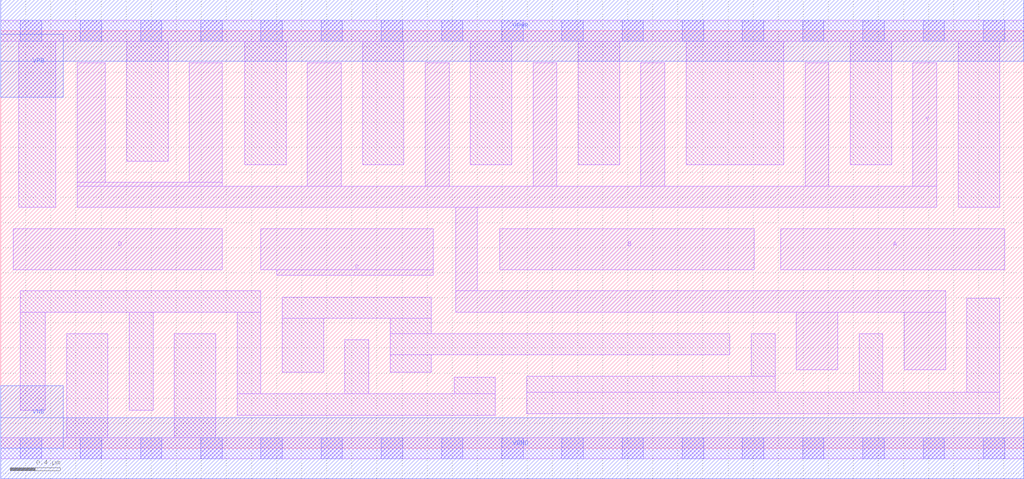
<source format=lef>
# Copyright 2020 The SkyWater PDK Authors
#
# Licensed under the Apache License, Version 2.0 (the "License");
# you may not use this file except in compliance with the License.
# You may obtain a copy of the License at
#
#     https://www.apache.org/licenses/LICENSE-2.0
#
# Unless required by applicable law or agreed to in writing, software
# distributed under the License is distributed on an "AS IS" BASIS,
# WITHOUT WARRANTIES OR CONDITIONS OF ANY KIND, either express or implied.
# See the License for the specific language governing permissions and
# limitations under the License.
#
# SPDX-License-Identifier: Apache-2.0

VERSION 5.5 ;
NAMESCASESENSITIVE ON ;
BUSBITCHARS "[]" ;
DIVIDERCHAR "/" ;
MACRO sky130_fd_sc_lp__nand4_4
  CLASS CORE ;
  SOURCE USER ;
  ORIGIN  0.000000  0.000000 ;
  SIZE  8.160000 BY  3.330000 ;
  SYMMETRY X Y R90 ;
  SITE unit ;
  PIN A
    ANTENNAGATEAREA  1.260000 ;
    DIRECTION INPUT ;
    USE SIGNAL ;
    PORT
      LAYER li1 ;
        RECT 6.220000 1.425000 8.005000 1.750000 ;
    END
  END A
  PIN B
    ANTENNAGATEAREA  1.260000 ;
    DIRECTION INPUT ;
    USE SIGNAL ;
    PORT
      LAYER li1 ;
        RECT 3.980000 1.425000 6.010000 1.750000 ;
    END
  END B
  PIN C
    ANTENNAGATEAREA  1.260000 ;
    DIRECTION INPUT ;
    USE SIGNAL ;
    PORT
      LAYER li1 ;
        RECT 2.075000 1.425000 3.450000 1.750000 ;
        RECT 2.200000 1.380000 3.450000 1.425000 ;
    END
  END C
  PIN D
    ANTENNAGATEAREA  1.260000 ;
    DIRECTION INPUT ;
    USE SIGNAL ;
    PORT
      LAYER li1 ;
        RECT 0.100000 1.425000 1.765000 1.750000 ;
    END
  END D
  PIN Y
    ANTENNADIFFAREA  3.292800 ;
    DIRECTION OUTPUT ;
    USE SIGNAL ;
    PORT
      LAYER li1 ;
        RECT 0.610000 1.920000 7.465000 2.090000 ;
        RECT 0.610000 2.090000 1.765000 2.120000 ;
        RECT 0.610000 2.120000 0.835000 3.075000 ;
        RECT 1.505000 2.120000 1.765000 3.075000 ;
        RECT 2.445000 2.090000 2.715000 3.075000 ;
        RECT 3.385000 2.090000 3.575000 3.075000 ;
        RECT 3.630000 1.085000 7.535000 1.255000 ;
        RECT 3.630000 1.255000 3.800000 1.920000 ;
        RECT 4.245000 2.090000 4.435000 3.075000 ;
        RECT 5.105000 2.090000 5.295000 3.075000 ;
        RECT 6.345000 0.625000 6.675000 1.085000 ;
        RECT 6.415000 2.090000 6.605000 3.075000 ;
        RECT 7.205000 0.625000 7.535000 1.085000 ;
        RECT 7.275000 2.090000 7.465000 3.075000 ;
    END
  END Y
  PIN VGND
    DIRECTION INOUT ;
    USE GROUND ;
    PORT
      LAYER met1 ;
        RECT 0.000000 -0.245000 8.160000 0.245000 ;
    END
  END VGND
  PIN VNB
    DIRECTION INOUT ;
    USE GROUND ;
    PORT
      LAYER met1 ;
        RECT 0.000000 0.000000 0.500000 0.500000 ;
    END
  END VNB
  PIN VPB
    DIRECTION INOUT ;
    USE POWER ;
    PORT
      LAYER met1 ;
        RECT 0.000000 2.800000 0.500000 3.300000 ;
    END
  END VPB
  PIN VPWR
    DIRECTION INOUT ;
    USE POWER ;
    PORT
      LAYER met1 ;
        RECT 0.000000 3.085000 8.160000 3.575000 ;
    END
  END VPWR
  OBS
    LAYER li1 ;
      RECT 0.000000 -0.085000 8.160000 0.085000 ;
      RECT 0.000000  3.245000 8.160000 3.415000 ;
      RECT 0.145000  1.920000 0.440000 3.245000 ;
      RECT 0.155000  0.305000 0.355000 1.085000 ;
      RECT 0.155000  1.085000 2.075000 1.255000 ;
      RECT 0.525000  0.085000 0.855000 0.915000 ;
      RECT 1.005000  2.290000 1.335000 3.245000 ;
      RECT 1.025000  0.305000 1.215000 1.085000 ;
      RECT 1.385000  0.085000 1.715000 0.915000 ;
      RECT 1.885000  0.265000 3.945000 0.435000 ;
      RECT 1.885000  0.435000 2.075000 1.085000 ;
      RECT 1.945000  2.260000 2.275000 3.245000 ;
      RECT 2.245000  0.605000 2.575000 1.035000 ;
      RECT 2.245000  1.035000 3.435000 1.205000 ;
      RECT 2.745000  0.435000 2.935000 0.865000 ;
      RECT 2.885000  2.260000 3.215000 3.245000 ;
      RECT 3.105000  0.605000 3.435000 0.745000 ;
      RECT 3.105000  0.745000 5.815000 0.915000 ;
      RECT 3.105000  0.915000 3.435000 1.035000 ;
      RECT 3.615000  0.435000 3.945000 0.565000 ;
      RECT 3.745000  2.260000 4.075000 3.245000 ;
      RECT 4.195000  0.275000 7.965000 0.445000 ;
      RECT 4.195000  0.445000 6.175000 0.575000 ;
      RECT 4.605000  2.260000 4.935000 3.245000 ;
      RECT 5.465000  2.260000 6.245000 3.245000 ;
      RECT 5.985000  0.575000 6.175000 0.915000 ;
      RECT 6.775000  2.260000 7.105000 3.245000 ;
      RECT 6.845000  0.445000 7.035000 0.915000 ;
      RECT 7.635000  1.920000 7.965000 3.245000 ;
      RECT 7.705000  0.445000 7.965000 1.195000 ;
    LAYER mcon ;
      RECT 0.155000 -0.085000 0.325000 0.085000 ;
      RECT 0.155000  3.245000 0.325000 3.415000 ;
      RECT 0.635000 -0.085000 0.805000 0.085000 ;
      RECT 0.635000  3.245000 0.805000 3.415000 ;
      RECT 1.115000 -0.085000 1.285000 0.085000 ;
      RECT 1.115000  3.245000 1.285000 3.415000 ;
      RECT 1.595000 -0.085000 1.765000 0.085000 ;
      RECT 1.595000  3.245000 1.765000 3.415000 ;
      RECT 2.075000 -0.085000 2.245000 0.085000 ;
      RECT 2.075000  3.245000 2.245000 3.415000 ;
      RECT 2.555000 -0.085000 2.725000 0.085000 ;
      RECT 2.555000  3.245000 2.725000 3.415000 ;
      RECT 3.035000 -0.085000 3.205000 0.085000 ;
      RECT 3.035000  3.245000 3.205000 3.415000 ;
      RECT 3.515000 -0.085000 3.685000 0.085000 ;
      RECT 3.515000  3.245000 3.685000 3.415000 ;
      RECT 3.995000 -0.085000 4.165000 0.085000 ;
      RECT 3.995000  3.245000 4.165000 3.415000 ;
      RECT 4.475000 -0.085000 4.645000 0.085000 ;
      RECT 4.475000  3.245000 4.645000 3.415000 ;
      RECT 4.955000 -0.085000 5.125000 0.085000 ;
      RECT 4.955000  3.245000 5.125000 3.415000 ;
      RECT 5.435000 -0.085000 5.605000 0.085000 ;
      RECT 5.435000  3.245000 5.605000 3.415000 ;
      RECT 5.915000 -0.085000 6.085000 0.085000 ;
      RECT 5.915000  3.245000 6.085000 3.415000 ;
      RECT 6.395000 -0.085000 6.565000 0.085000 ;
      RECT 6.395000  3.245000 6.565000 3.415000 ;
      RECT 6.875000 -0.085000 7.045000 0.085000 ;
      RECT 6.875000  3.245000 7.045000 3.415000 ;
      RECT 7.355000 -0.085000 7.525000 0.085000 ;
      RECT 7.355000  3.245000 7.525000 3.415000 ;
      RECT 7.835000 -0.085000 8.005000 0.085000 ;
      RECT 7.835000  3.245000 8.005000 3.415000 ;
  END
END sky130_fd_sc_lp__nand4_4

</source>
